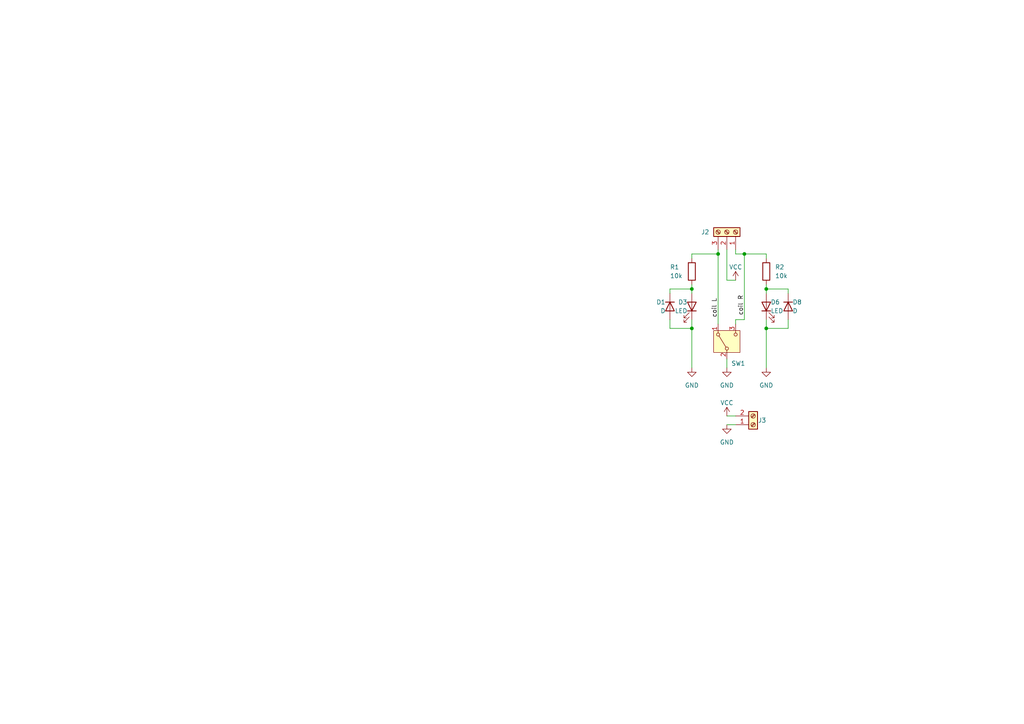
<source format=kicad_sch>
(kicad_sch (version 20231120) (generator "eeschema") (generator_version "8.0")
  (paper "A4")
  (lib_symbols
    (symbol "Connector:Screw_Terminal_01x02" (pin_names (offset 1.016) hide)
      (property "Reference" "J" (at 0 2.54 0))
      (property "Value" "Screw_Terminal_01x02" (at 0 -5.08 0))
      (symbol "Screw_Terminal_01x02_1_1"
        (rectangle (start -1.27 1.27) (end 1.27 -3.81) (stroke (width 0.254)) (fill (type background)))
        (circle (center 0 -2.54) (radius 0.635) (stroke (width 0.1524)))
        (polyline (pts (xy -0.5334 -2.2098) (xy 0.3302 -3.048)) (stroke (width 0.1524)))
        (polyline (pts (xy -0.5334 0.3302) (xy 0.3302 -0.508)) (stroke (width 0.1524)))
        (polyline (pts (xy -0.3556 -2.032) (xy 0.508 -2.8702)) (stroke (width 0.1524)))
        (polyline (pts (xy -0.3556 0.508) (xy 0.508 -0.3302)) (stroke (width 0.1524)))
        (circle (center 0 0) (radius 0.635) (stroke (width 0.1524)))
        (pin passive line (at -5.08 0 0) (length 3.81) (name "Pin_1") (number "1"))
        (pin passive line (at -5.08 -2.54 0) (length 3.81) (name "Pin_2") (number "2"))
      )
    )
    (symbol "Connector:Screw_Terminal_01x03" (pin_names (offset 1.016) hide)
      (property "Reference" "J" (at 0 5.08 0))
      (property "Value" "Screw_Terminal_01x03" (at 0 -5.08 0))
      (symbol "Screw_Terminal_01x03_1_1"
        (rectangle (start -1.27 3.81) (end 1.27 -3.81) (stroke (width 0.254)) (fill (type background)))
        (circle (center 0 -2.54) (radius 0.635) (stroke (width 0.1524)))
        (polyline (pts (xy -0.5334 -2.2098) (xy 0.3302 -3.048)) (stroke (width 0.1524)))
        (polyline (pts (xy -0.5334 0.3302) (xy 0.3302 -0.508)) (stroke (width 0.1524)))
        (polyline (pts (xy -0.5334 2.8702) (xy 0.3302 2.032)) (stroke (width 0.1524)))
        (polyline (pts (xy -0.3556 -2.032) (xy 0.508 -2.8702)) (stroke (width 0.1524)))
        (polyline (pts (xy -0.3556 0.508) (xy 0.508 -0.3302)) (stroke (width 0.1524)))
        (polyline (pts (xy -0.3556 3.048) (xy 0.508 2.2098)) (stroke (width 0.1524)))
        (circle (center 0 0) (radius 0.635) (stroke (width 0.1524)))
        (circle (center 0 2.54) (radius 0.635) (stroke (width 0.1524)))
        (pin passive line (at -5.08 2.54 0) (length 3.81) (name "Pin_1") (number "1"))
        (pin passive line (at -5.08 0 0) (length 3.81) (name "Pin_2") (number "2"))
        (pin passive line (at -5.08 -2.54 0) (length 3.81) (name "Pin_3") (number "3"))
      )
    )
    (symbol "Device:D" (pin_numbers hide) (pin_names (offset 1.016) hide)
      (property "Reference" "D" (at 0 2.54 0))
      (property "Value" "D" (at 0 -2.54 0))
      (symbol "D_0_1"
        (polyline (pts (xy -1.27 1.27) (xy -1.27 -1.27)) (stroke (width 0.254)))
        (polyline (pts (xy 1.27 0) (xy -1.27 0)))
        (polyline (pts (xy 1.27 1.27) (xy 1.27 -1.27) (xy -1.27 0) (xy 1.27 1.27)) (stroke (width 0.254)))
      )
      (symbol "D_1_1"
        (pin passive line (at -3.81 0 0) (length 2.54) (name "K") (number "1"))
        (pin passive line (at 3.81 0 180) (length 2.54) (name "A") (number "2"))
      )
    )
    (symbol "Device:LED" (pin_numbers hide) (pin_names (offset 1.016) hide)
      (property "Reference" "D" (at 0 2.54 0))
      (property "Value" "LED" (at 0 -2.54 0))
      (symbol "LED_0_1"
        (polyline (pts (xy -1.27 -1.27) (xy -1.27 1.27)) (stroke (width 0.254)))
        (polyline (pts (xy -1.27 0) (xy 1.27 0)))
        (polyline (pts (xy 1.27 -1.27) (xy 1.27 1.27) (xy -1.27 0) (xy 1.27 -1.27)) (stroke (width 0.254)))
        (polyline (pts (xy -3.048 -0.762) (xy -4.572 -2.286) (xy -3.81 -2.286) (xy -4.572 -2.286) (xy -4.572 -1.524)))
        (polyline (pts (xy -1.778 -0.762) (xy -3.302 -2.286) (xy -2.54 -2.286) (xy -3.302 -2.286) (xy -3.302 -1.524)))
      )
      (symbol "LED_1_1"
        (pin passive line (at -3.81 0 0) (length 2.54) (name "K") (number "1"))
        (pin passive line (at 3.81 0 180) (length 2.54) (name "A") (number "2"))
      )
    )
    (symbol "Device:R" (pin_numbers hide) (pin_names (offset 0))
      (property "Reference" "R" (at 2.032 0 90))
      (property "Value" "R" (at 0 0 90))
      (symbol "R_0_1"
        (rectangle (start -1.016 -2.54) (end 1.016 2.54) (stroke (width 0.254)))
      )
      (symbol "R_1_1"
        (pin passive line (at 0 3.81 270) (length 1.27) (name "~") (number "1"))
        (pin passive line (at 0 -3.81 90) (length 1.27) (name "~") (number "2"))
      )
    )
    (symbol "Switch:SW_SPDT" (pin_names (offset 0) hide)
      (property "Reference" "SW" (at 0 5.08 0))
      (property "Value" "SW_SPDT" (at 0 -5.08 0))
      (symbol "SW_SPDT_0_1"
        (circle (center -2.032 0) (radius 0.4572))
        (polyline (pts (xy -1.651 0.254) (xy 1.651 2.286)))
        (circle (center 2.032 -2.54) (radius 0.4572))
        (circle (center 2.032 2.54) (radius 0.4572))
      )
      (symbol "SW_SPDT_1_1"
        (rectangle (start -3.175 3.81) (end 3.175 -3.81) (fill (type background)))
        (pin passive line (at 5.08 2.54 180) (length 2.54) (name "A") (number "1"))
        (pin passive line (at -5.08 0 0) (length 2.54) (name "B") (number "2"))
        (pin passive line (at 5.08 -2.54 180) (length 2.54) (name "C") (number "3"))
      )
    )
    (symbol "power:GND" (power) (pin_names (offset 0))
      (property "Value" "GND" (at 0 -3.81 0))
      (symbol "GND_0_1"
        (polyline (pts (xy 0 0) (xy 0 -1.27) (xy 1.27 -1.27) (xy 0 -2.54) (xy -1.27 -1.27) (xy 0 -1.27)))
      )
      (symbol "GND_1_1"
        (pin power_in line (at 0 0 270) (length 0) hide (name "GND") (number "1"))
      )
    )
    (symbol "power:VCC" (power) (pin_names (offset 0))
      (property "Value" "VCC" (at 0 3.81 0))
      (symbol "VCC_0_1"
        (polyline (pts (xy -0.762 1.27) (xy 0 2.54)))
        (polyline (pts (xy 0 0) (xy 0 2.54)))
        (polyline (pts (xy 0 2.54) (xy 0.762 1.27)))
      )
      (symbol "VCC_1_1"
        (pin power_in line (at 0 0 90) (length 0) hide (name "VCC") (number "1"))
      )
    )
  )
  (junction (at 208.28 73.66))
  (junction (at 200.66 95.25))
  (junction (at 222.25 95.25))
  (junction (at 215.9 73.66))
  (junction (at 222.25 83.82))
  (junction (at 200.66 83.82))
  (wire (pts (xy 213.36 73.66) (xy 213.36 72.39)))
  (wire (pts (xy 210.82 72.39) (xy 210.82 81.28)))
  (wire (pts (xy 200.66 73.66) (xy 208.28 73.66)))
  (wire (pts (xy 213.36 73.66) (xy 215.9 73.66)))
  (wire (pts (xy 194.31 83.82) (xy 200.66 83.82)))
  (wire (pts (xy 215.9 73.66) (xy 222.25 73.66)))
  (wire (pts (xy 210.82 123.19) (xy 213.36 123.19)))
  (wire (pts (xy 200.66 82.55) (xy 200.66 83.82)))
  (wire (pts (xy 194.31 95.25) (xy 194.31 92.71)))
  (wire (pts (xy 228.6 85.09) (xy 228.6 83.82)))
  (wire (pts (xy 194.31 85.09) (xy 194.31 83.82)))
  (wire (pts (xy 213.36 92.71) (xy 213.36 93.98)))
  (wire (pts (xy 222.25 92.71) (xy 222.25 95.25)))
  (wire (pts (xy 200.66 83.82) (xy 200.66 85.09)))
  (wire (pts (xy 200.66 95.25) (xy 200.66 106.68)))
  (wire (pts (xy 200.66 73.66) (xy 200.66 74.93)))
  (wire (pts (xy 222.25 73.66) (xy 222.25 74.93)))
  (wire (pts (xy 228.6 92.71) (xy 228.6 95.25)))
  (wire (pts (xy 222.25 95.25) (xy 228.6 95.25)))
  (wire (pts (xy 222.25 83.82) (xy 222.25 82.55)))
  (wire (pts (xy 210.82 104.14) (xy 210.82 106.68)))
  (wire (pts (xy 210.82 120.65) (xy 213.36 120.65)))
  (wire (pts (xy 208.28 73.66) (xy 208.28 72.39)))
  (wire (pts (xy 215.9 73.66) (xy 215.9 92.71)))
  (wire (pts (xy 200.66 95.25) (xy 194.31 95.25)))
  (wire (pts (xy 222.25 95.25) (xy 222.25 106.68)))
  (wire (pts (xy 222.25 83.82) (xy 228.6 83.82)))
  (wire (pts (xy 213.36 92.71) (xy 215.9 92.71)))
  (wire (pts (xy 200.66 92.71) (xy 200.66 95.25)))
  (wire (pts (xy 208.28 73.66) (xy 208.28 93.98)))
  (wire (pts (xy 222.25 85.09) (xy 222.25 83.82)))
  (wire (pts (xy 210.82 81.28) (xy 213.36 81.28)))
  (label "coil R" (at 215.9 91.44 90))
  (label "coil L" (at 208.28 86.36 270))
  (symbol (lib_id "power:GND") (at 210.82 106.68 0) (unit 1)
    (property "Reference" "#PWR02" (effects (hide yes)))
    (property "Value" "GND" (at 210.82 111.76 0))
  )
  (symbol (lib_id "power:VCC") (at 213.36 81.28 0) (unit 1)
    (property "Reference" "#PWR05" (effects (hide yes)))
    (property "Value" "VCC" (at 213.36 77.47 0))
  )
  (symbol (lib_id "Device:LED") (at 222.25 88.9 90) (unit 1)
    (property "Reference" "D6" (at 223.52 87.63 90) (effects (justify right)))
    (property "Value" "LED" (at 223.52 90.17 90) (effects (justify right)))
    (property "Footprint" "LED_THT:LED_D3.0mm" (effects (hide yes)))
  )
  (symbol (lib_id "power:GND") (at 200.66 106.68 0) (unit 1)
    (property "Reference" "#PWR01" (effects (hide yes)))
    (property "Value" "GND" (at 200.66 111.76 0))
  )
  (symbol (lib_id "Device:D") (at 228.6 88.9 270) (unit 1)
    (property "Reference" "D8" (at 229.87 87.63 90) (effects (justify left)))
    (property "Value" "D" (at 229.87 90.17 90) (effects (justify left)))
    (property "Footprint" "Diode_THT:D_DO-34_SOD68_P7.62mm_Horizontal" (effects (hide yes)))
    (property "Description" "Diode" (effects (hide yes)))
    (property "Sim.Device" "D" (effects (hide yes)))
    (property "Sim.Pins" "1=K 2=A" (effects (hide yes)))
  )
  (symbol (lib_id "power:GND") (at 210.82 123.19 0) (unit 1)
    (property "Reference" "#PWR04" (effects (hide yes)))
    (property "Value" "GND" (at 210.82 128.27 0))
  )
  (symbol (lib_id "power:VCC") (at 210.82 120.65 0) (unit 1)
    (property "Reference" "#PWR03" (effects (hide yes)))
    (property "Value" "VCC" (at 210.82 116.84 0))
  )
  (symbol (lib_id "Device:R") (at 222.25 78.74 0) (unit 1)
    (property "Reference" "R2" (at 224.79 77.4699 0) (effects (justify left)))
    (property "Value" "10k" (at 224.79 80.0099 0) (effects (justify left)))
    (property "Footprint" "Resistor_THT:R_Axial_DIN0204_L3.6mm_D1.6mm_P7.62mm_Horizontal" (effects (hide yes)))
    (property "Description" "Resistor" (effects (hide yes)))
  )
  (symbol (lib_id "power:GND") (at 222.25 106.68 0) (unit 1)
    (property "Reference" "#PWR06" (effects (hide yes)))
    (property "Value" "GND" (at 222.25 111.76 0))
  )
  (symbol (lib_id "Connector:Screw_Terminal_01x03") (at 210.82 67.31 270) (mirror x) (unit 1)
    (property "Reference" "J2" (at 205.74 67.31 90) (effects (justify right)))
    (property "Value" "Screw_Terminal_01x03" (effects (hide yes)))
    (property "Footprint" "Connector_Phoenix_MC:PhoenixContact_MCV_1,5_3-G-3.5_1x03_P3.50mm_Vertical" (effects (hide yes)))
  )
  (symbol (lib_id "Connector:Screw_Terminal_01x02") (at 218.44 123.19 0) (mirror x) (unit 1)
    (property "Reference" "J3" (at 222.25 121.92 0) (effects (justify right)))
    (property "Value" "Screw_Terminal_01x02" (effects (hide yes)))
    (property "Footprint" "Connector_Phoenix_MC:PhoenixContact_MCV_1,5_2-G-3.5_1x02_P3.50mm_Vertical" (effects (hide yes)))
  )
  (symbol (lib_id "Switch:SW_SPDT") (at 210.82 99.06 90) (unit 1)
    (property "Reference" "SW1" (at 212.09 105.41 90) (effects (justify right)))
    (property "Value" "SW_SPDT" (effects (hide yes)))
    (property "Footprint" "custom_kicad_lib_sk:SW_Toggle_Blue_wSlots" (effects (hide yes)))
    (property "Description" "Switch, single pole double throw" (effects (hide yes)))
  )
  (symbol (lib_id "Device:LED") (at 200.66 88.9 270) (mirror x) (unit 1)
    (property "Reference" "D3" (at 199.39 87.63 90) (effects (justify right)))
    (property "Value" "LED" (at 199.39 90.17 90) (effects (justify right)))
    (property "Footprint" "LED_THT:LED_D3.0mm" (effects (hide yes)))
  )
  (symbol (lib_id "Device:D") (at 194.31 88.9 90) (mirror x) (unit 1)
    (property "Reference" "D1" (at 193.04 87.63 90) (effects (justify left)))
    (property "Value" "D" (at 193.04 90.17 90) (effects (justify left)))
    (property "Footprint" "Diode_THT:D_DO-34_SOD68_P7.62mm_Horizontal" (effects (hide yes)))
    (property "Description" "Diode" (effects (hide yes)))
    (property "Sim.Device" "D" (effects (hide yes)))
    (property "Sim.Pins" "1=K 2=A" (effects (hide yes)))
  )
  (symbol (lib_id "Device:R") (at 200.66 78.74 0) (unit 1)
    (property "Reference" "R1" (at 194.31 77.47 0) (effects (justify left)))
    (property "Value" "10k" (at 194.31 80.01 0) (effects (justify left)))
    (property "Footprint" "Resistor_THT:R_Axial_DIN0204_L3.6mm_D1.6mm_P7.62mm_Horizontal" (effects (hide yes)))
    (property "Description" "Resistor" (effects (hide yes)))
  )
)
</source>
